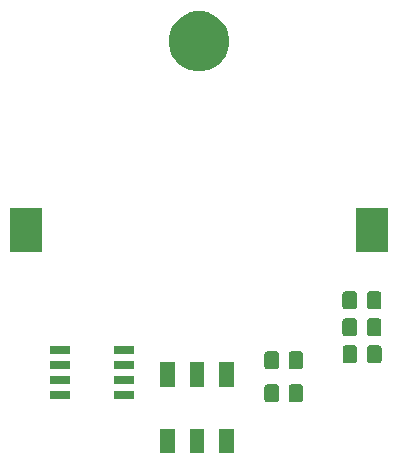
<source format=gbs>
G04 #@! TF.GenerationSoftware,KiCad,Pcbnew,5.0.1*
G04 #@! TF.CreationDate,2019-01-07T18:58:54+01:00*
G04 #@! TF.ProjectId,nibble++,6E6962626C652B2B2E6B696361645F70,rev?*
G04 #@! TF.SameCoordinates,Original*
G04 #@! TF.FileFunction,Soldermask,Bot*
G04 #@! TF.FilePolarity,Negative*
%FSLAX46Y46*%
G04 Gerber Fmt 4.6, Leading zero omitted, Abs format (unit mm)*
G04 Created by KiCad (PCBNEW 5.0.1) date Mo 07 Jan 2019 18:58:54 CET*
%MOMM*%
%LPD*%
G01*
G04 APERTURE LIST*
%ADD10C,0.100000*%
G04 APERTURE END LIST*
D10*
G36*
X97922800Y-118881800D02*
X96721200Y-118881800D01*
X96721200Y-116830200D01*
X97922800Y-116830200D01*
X97922800Y-118881800D01*
X97922800Y-118881800D01*
G37*
G36*
X102922800Y-118881800D02*
X101721200Y-118881800D01*
X101721200Y-116830200D01*
X102922800Y-116830200D01*
X102922800Y-118881800D01*
X102922800Y-118881800D01*
G37*
G36*
X100422800Y-118881800D02*
X99221200Y-118881800D01*
X99221200Y-116830200D01*
X100422800Y-116830200D01*
X100422800Y-118881800D01*
X100422800Y-118881800D01*
G37*
G36*
X108622330Y-113046273D02*
X108670651Y-113060931D01*
X108715189Y-113084738D01*
X108754226Y-113116774D01*
X108786262Y-113155811D01*
X108810069Y-113200349D01*
X108824727Y-113248670D01*
X108829800Y-113300181D01*
X108829800Y-114283819D01*
X108824727Y-114335330D01*
X108810069Y-114383651D01*
X108786262Y-114428189D01*
X108754226Y-114467226D01*
X108715189Y-114499262D01*
X108670651Y-114523069D01*
X108622330Y-114537727D01*
X108570819Y-114542800D01*
X107837181Y-114542800D01*
X107785670Y-114537727D01*
X107737349Y-114523069D01*
X107692811Y-114499262D01*
X107653774Y-114467226D01*
X107621738Y-114428189D01*
X107597931Y-114383651D01*
X107583273Y-114335330D01*
X107578200Y-114283819D01*
X107578200Y-113300181D01*
X107583273Y-113248670D01*
X107597931Y-113200349D01*
X107621738Y-113155811D01*
X107653774Y-113116774D01*
X107692811Y-113084738D01*
X107737349Y-113060931D01*
X107785670Y-113046273D01*
X107837181Y-113041200D01*
X108570819Y-113041200D01*
X108622330Y-113046273D01*
X108622330Y-113046273D01*
G37*
G36*
X106572330Y-113046273D02*
X106620651Y-113060931D01*
X106665189Y-113084738D01*
X106704226Y-113116774D01*
X106736262Y-113155811D01*
X106760069Y-113200349D01*
X106774727Y-113248670D01*
X106779800Y-113300181D01*
X106779800Y-114283819D01*
X106774727Y-114335330D01*
X106760069Y-114383651D01*
X106736262Y-114428189D01*
X106704226Y-114467226D01*
X106665189Y-114499262D01*
X106620651Y-114523069D01*
X106572330Y-114537727D01*
X106520819Y-114542800D01*
X105787181Y-114542800D01*
X105735670Y-114537727D01*
X105687349Y-114523069D01*
X105642811Y-114499262D01*
X105603774Y-114467226D01*
X105571738Y-114428189D01*
X105547931Y-114383651D01*
X105533273Y-114335330D01*
X105528200Y-114283819D01*
X105528200Y-113300181D01*
X105533273Y-113248670D01*
X105547931Y-113200349D01*
X105571738Y-113155811D01*
X105603774Y-113116774D01*
X105642811Y-113084738D01*
X105687349Y-113060931D01*
X105735670Y-113046273D01*
X105787181Y-113041200D01*
X106520819Y-113041200D01*
X106572330Y-113046273D01*
X106572330Y-113046273D01*
G37*
G36*
X89057800Y-114269800D02*
X87406200Y-114269800D01*
X87406200Y-113568200D01*
X89057800Y-113568200D01*
X89057800Y-114269800D01*
X89057800Y-114269800D01*
G37*
G36*
X94457800Y-114269800D02*
X92806200Y-114269800D01*
X92806200Y-113568200D01*
X94457800Y-113568200D01*
X94457800Y-114269800D01*
X94457800Y-114269800D01*
G37*
G36*
X97922800Y-113231800D02*
X96721200Y-113231800D01*
X96721200Y-111180200D01*
X97922800Y-111180200D01*
X97922800Y-113231800D01*
X97922800Y-113231800D01*
G37*
G36*
X102922800Y-113231800D02*
X101721200Y-113231800D01*
X101721200Y-111180200D01*
X102922800Y-111180200D01*
X102922800Y-113231800D01*
X102922800Y-113231800D01*
G37*
G36*
X100422800Y-113231800D02*
X99221200Y-113231800D01*
X99221200Y-111180200D01*
X100422800Y-111180200D01*
X100422800Y-113231800D01*
X100422800Y-113231800D01*
G37*
G36*
X94457800Y-112999800D02*
X92806200Y-112999800D01*
X92806200Y-112298200D01*
X94457800Y-112298200D01*
X94457800Y-112999800D01*
X94457800Y-112999800D01*
G37*
G36*
X89057800Y-112999800D02*
X87406200Y-112999800D01*
X87406200Y-112298200D01*
X89057800Y-112298200D01*
X89057800Y-112999800D01*
X89057800Y-112999800D01*
G37*
G36*
X106572330Y-110252273D02*
X106620651Y-110266931D01*
X106665189Y-110290738D01*
X106704226Y-110322774D01*
X106736262Y-110361811D01*
X106760069Y-110406349D01*
X106774727Y-110454670D01*
X106779800Y-110506181D01*
X106779800Y-111489819D01*
X106774727Y-111541330D01*
X106760069Y-111589651D01*
X106736262Y-111634189D01*
X106704226Y-111673226D01*
X106665189Y-111705262D01*
X106620651Y-111729069D01*
X106572330Y-111743727D01*
X106520819Y-111748800D01*
X105787181Y-111748800D01*
X105735670Y-111743727D01*
X105687349Y-111729069D01*
X105642811Y-111705262D01*
X105603774Y-111673226D01*
X105571738Y-111634189D01*
X105547931Y-111589651D01*
X105533273Y-111541330D01*
X105528200Y-111489819D01*
X105528200Y-110506181D01*
X105533273Y-110454670D01*
X105547931Y-110406349D01*
X105571738Y-110361811D01*
X105603774Y-110322774D01*
X105642811Y-110290738D01*
X105687349Y-110266931D01*
X105735670Y-110252273D01*
X105787181Y-110247200D01*
X106520819Y-110247200D01*
X106572330Y-110252273D01*
X106572330Y-110252273D01*
G37*
G36*
X108622330Y-110252273D02*
X108670651Y-110266931D01*
X108715189Y-110290738D01*
X108754226Y-110322774D01*
X108786262Y-110361811D01*
X108810069Y-110406349D01*
X108824727Y-110454670D01*
X108829800Y-110506181D01*
X108829800Y-111489819D01*
X108824727Y-111541330D01*
X108810069Y-111589651D01*
X108786262Y-111634189D01*
X108754226Y-111673226D01*
X108715189Y-111705262D01*
X108670651Y-111729069D01*
X108622330Y-111743727D01*
X108570819Y-111748800D01*
X107837181Y-111748800D01*
X107785670Y-111743727D01*
X107737349Y-111729069D01*
X107692811Y-111705262D01*
X107653774Y-111673226D01*
X107621738Y-111634189D01*
X107597931Y-111589651D01*
X107583273Y-111541330D01*
X107578200Y-111489819D01*
X107578200Y-110506181D01*
X107583273Y-110454670D01*
X107597931Y-110406349D01*
X107621738Y-110361811D01*
X107653774Y-110322774D01*
X107692811Y-110290738D01*
X107737349Y-110266931D01*
X107785670Y-110252273D01*
X107837181Y-110247200D01*
X108570819Y-110247200D01*
X108622330Y-110252273D01*
X108622330Y-110252273D01*
G37*
G36*
X89057800Y-111729800D02*
X87406200Y-111729800D01*
X87406200Y-111028200D01*
X89057800Y-111028200D01*
X89057800Y-111729800D01*
X89057800Y-111729800D01*
G37*
G36*
X94457800Y-111729800D02*
X92806200Y-111729800D01*
X92806200Y-111028200D01*
X94457800Y-111028200D01*
X94457800Y-111729800D01*
X94457800Y-111729800D01*
G37*
G36*
X115244330Y-109744273D02*
X115292651Y-109758931D01*
X115337189Y-109782738D01*
X115376226Y-109814774D01*
X115408262Y-109853811D01*
X115432069Y-109898349D01*
X115446727Y-109946670D01*
X115451800Y-109998181D01*
X115451800Y-110981819D01*
X115446727Y-111033330D01*
X115432069Y-111081651D01*
X115408262Y-111126189D01*
X115376226Y-111165226D01*
X115337189Y-111197262D01*
X115292651Y-111221069D01*
X115244330Y-111235727D01*
X115192819Y-111240800D01*
X114459181Y-111240800D01*
X114407670Y-111235727D01*
X114359349Y-111221069D01*
X114314811Y-111197262D01*
X114275774Y-111165226D01*
X114243738Y-111126189D01*
X114219931Y-111081651D01*
X114205273Y-111033330D01*
X114200200Y-110981819D01*
X114200200Y-109998181D01*
X114205273Y-109946670D01*
X114219931Y-109898349D01*
X114243738Y-109853811D01*
X114275774Y-109814774D01*
X114314811Y-109782738D01*
X114359349Y-109758931D01*
X114407670Y-109744273D01*
X114459181Y-109739200D01*
X115192819Y-109739200D01*
X115244330Y-109744273D01*
X115244330Y-109744273D01*
G37*
G36*
X113194330Y-109744273D02*
X113242651Y-109758931D01*
X113287189Y-109782738D01*
X113326226Y-109814774D01*
X113358262Y-109853811D01*
X113382069Y-109898349D01*
X113396727Y-109946670D01*
X113401800Y-109998181D01*
X113401800Y-110981819D01*
X113396727Y-111033330D01*
X113382069Y-111081651D01*
X113358262Y-111126189D01*
X113326226Y-111165226D01*
X113287189Y-111197262D01*
X113242651Y-111221069D01*
X113194330Y-111235727D01*
X113142819Y-111240800D01*
X112409181Y-111240800D01*
X112357670Y-111235727D01*
X112309349Y-111221069D01*
X112264811Y-111197262D01*
X112225774Y-111165226D01*
X112193738Y-111126189D01*
X112169931Y-111081651D01*
X112155273Y-111033330D01*
X112150200Y-110981819D01*
X112150200Y-109998181D01*
X112155273Y-109946670D01*
X112169931Y-109898349D01*
X112193738Y-109853811D01*
X112225774Y-109814774D01*
X112264811Y-109782738D01*
X112309349Y-109758931D01*
X112357670Y-109744273D01*
X112409181Y-109739200D01*
X113142819Y-109739200D01*
X113194330Y-109744273D01*
X113194330Y-109744273D01*
G37*
G36*
X89057800Y-110459800D02*
X87406200Y-110459800D01*
X87406200Y-109758200D01*
X89057800Y-109758200D01*
X89057800Y-110459800D01*
X89057800Y-110459800D01*
G37*
G36*
X94457800Y-110459800D02*
X92806200Y-110459800D01*
X92806200Y-109758200D01*
X94457800Y-109758200D01*
X94457800Y-110459800D01*
X94457800Y-110459800D01*
G37*
G36*
X113185330Y-107458273D02*
X113233651Y-107472931D01*
X113278189Y-107496738D01*
X113317226Y-107528774D01*
X113349262Y-107567811D01*
X113373069Y-107612349D01*
X113387727Y-107660670D01*
X113392800Y-107712181D01*
X113392800Y-108695819D01*
X113387727Y-108747330D01*
X113373069Y-108795651D01*
X113349262Y-108840189D01*
X113317226Y-108879226D01*
X113278189Y-108911262D01*
X113233651Y-108935069D01*
X113185330Y-108949727D01*
X113133819Y-108954800D01*
X112400181Y-108954800D01*
X112348670Y-108949727D01*
X112300349Y-108935069D01*
X112255811Y-108911262D01*
X112216774Y-108879226D01*
X112184738Y-108840189D01*
X112160931Y-108795651D01*
X112146273Y-108747330D01*
X112141200Y-108695819D01*
X112141200Y-107712181D01*
X112146273Y-107660670D01*
X112160931Y-107612349D01*
X112184738Y-107567811D01*
X112216774Y-107528774D01*
X112255811Y-107496738D01*
X112300349Y-107472931D01*
X112348670Y-107458273D01*
X112400181Y-107453200D01*
X113133819Y-107453200D01*
X113185330Y-107458273D01*
X113185330Y-107458273D01*
G37*
G36*
X115235330Y-107458273D02*
X115283651Y-107472931D01*
X115328189Y-107496738D01*
X115367226Y-107528774D01*
X115399262Y-107567811D01*
X115423069Y-107612349D01*
X115437727Y-107660670D01*
X115442800Y-107712181D01*
X115442800Y-108695819D01*
X115437727Y-108747330D01*
X115423069Y-108795651D01*
X115399262Y-108840189D01*
X115367226Y-108879226D01*
X115328189Y-108911262D01*
X115283651Y-108935069D01*
X115235330Y-108949727D01*
X115183819Y-108954800D01*
X114450181Y-108954800D01*
X114398670Y-108949727D01*
X114350349Y-108935069D01*
X114305811Y-108911262D01*
X114266774Y-108879226D01*
X114234738Y-108840189D01*
X114210931Y-108795651D01*
X114196273Y-108747330D01*
X114191200Y-108695819D01*
X114191200Y-107712181D01*
X114196273Y-107660670D01*
X114210931Y-107612349D01*
X114234738Y-107567811D01*
X114266774Y-107528774D01*
X114305811Y-107496738D01*
X114350349Y-107472931D01*
X114398670Y-107458273D01*
X114450181Y-107453200D01*
X115183819Y-107453200D01*
X115235330Y-107458273D01*
X115235330Y-107458273D01*
G37*
G36*
X113185330Y-105172273D02*
X113233651Y-105186931D01*
X113278189Y-105210738D01*
X113317226Y-105242774D01*
X113349262Y-105281811D01*
X113373069Y-105326349D01*
X113387727Y-105374670D01*
X113392800Y-105426181D01*
X113392800Y-106409819D01*
X113387727Y-106461330D01*
X113373069Y-106509651D01*
X113349262Y-106554189D01*
X113317226Y-106593226D01*
X113278189Y-106625262D01*
X113233651Y-106649069D01*
X113185330Y-106663727D01*
X113133819Y-106668800D01*
X112400181Y-106668800D01*
X112348670Y-106663727D01*
X112300349Y-106649069D01*
X112255811Y-106625262D01*
X112216774Y-106593226D01*
X112184738Y-106554189D01*
X112160931Y-106509651D01*
X112146273Y-106461330D01*
X112141200Y-106409819D01*
X112141200Y-105426181D01*
X112146273Y-105374670D01*
X112160931Y-105326349D01*
X112184738Y-105281811D01*
X112216774Y-105242774D01*
X112255811Y-105210738D01*
X112300349Y-105186931D01*
X112348670Y-105172273D01*
X112400181Y-105167200D01*
X113133819Y-105167200D01*
X113185330Y-105172273D01*
X113185330Y-105172273D01*
G37*
G36*
X115235330Y-105172273D02*
X115283651Y-105186931D01*
X115328189Y-105210738D01*
X115367226Y-105242774D01*
X115399262Y-105281811D01*
X115423069Y-105326349D01*
X115437727Y-105374670D01*
X115442800Y-105426181D01*
X115442800Y-106409819D01*
X115437727Y-106461330D01*
X115423069Y-106509651D01*
X115399262Y-106554189D01*
X115367226Y-106593226D01*
X115328189Y-106625262D01*
X115283651Y-106649069D01*
X115235330Y-106663727D01*
X115183819Y-106668800D01*
X114450181Y-106668800D01*
X114398670Y-106663727D01*
X114350349Y-106649069D01*
X114305811Y-106625262D01*
X114266774Y-106593226D01*
X114234738Y-106554189D01*
X114210931Y-106509651D01*
X114196273Y-106461330D01*
X114191200Y-106409819D01*
X114191200Y-105426181D01*
X114196273Y-105374670D01*
X114210931Y-105326349D01*
X114234738Y-105281811D01*
X114266774Y-105242774D01*
X114305811Y-105210738D01*
X114350349Y-105186931D01*
X114398670Y-105172273D01*
X114450181Y-105167200D01*
X115183819Y-105167200D01*
X115235330Y-105172273D01*
X115235330Y-105172273D01*
G37*
G36*
X86700800Y-101850800D02*
X83999200Y-101850800D01*
X83999200Y-98149200D01*
X86700800Y-98149200D01*
X86700800Y-101850800D01*
X86700800Y-101850800D01*
G37*
G36*
X116000800Y-101850800D02*
X113299200Y-101850800D01*
X113299200Y-98149200D01*
X116000800Y-98149200D01*
X116000800Y-101850800D01*
X116000800Y-101850800D01*
G37*
G36*
X100744041Y-81547226D02*
X101002962Y-81654475D01*
X101208261Y-81739512D01*
X101626036Y-82018661D01*
X101626040Y-82018664D01*
X101981336Y-82373960D01*
X101981338Y-82373963D01*
X101981339Y-82373964D01*
X102260488Y-82791739D01*
X102345525Y-82997038D01*
X102452774Y-83255959D01*
X102550800Y-83748768D01*
X102550800Y-84251232D01*
X102452774Y-84744041D01*
X102345525Y-85002962D01*
X102260488Y-85208261D01*
X101981339Y-85626036D01*
X101981336Y-85626040D01*
X101626040Y-85981336D01*
X101626037Y-85981338D01*
X101626036Y-85981339D01*
X101208261Y-86260488D01*
X101002962Y-86345525D01*
X100744041Y-86452774D01*
X100251232Y-86550800D01*
X99748768Y-86550800D01*
X99255959Y-86452774D01*
X98997038Y-86345525D01*
X98791739Y-86260488D01*
X98373964Y-85981339D01*
X98373963Y-85981338D01*
X98373960Y-85981336D01*
X98018664Y-85626040D01*
X98018661Y-85626036D01*
X97739512Y-85208261D01*
X97654475Y-85002962D01*
X97547226Y-84744041D01*
X97449200Y-84251232D01*
X97449200Y-83748768D01*
X97547226Y-83255959D01*
X97654475Y-82997038D01*
X97739512Y-82791739D01*
X98018661Y-82373964D01*
X98018662Y-82373963D01*
X98018664Y-82373960D01*
X98373960Y-82018664D01*
X98373964Y-82018661D01*
X98791739Y-81739512D01*
X98997038Y-81654475D01*
X99255959Y-81547226D01*
X99748768Y-81449200D01*
X100251232Y-81449200D01*
X100744041Y-81547226D01*
X100744041Y-81547226D01*
G37*
M02*

</source>
